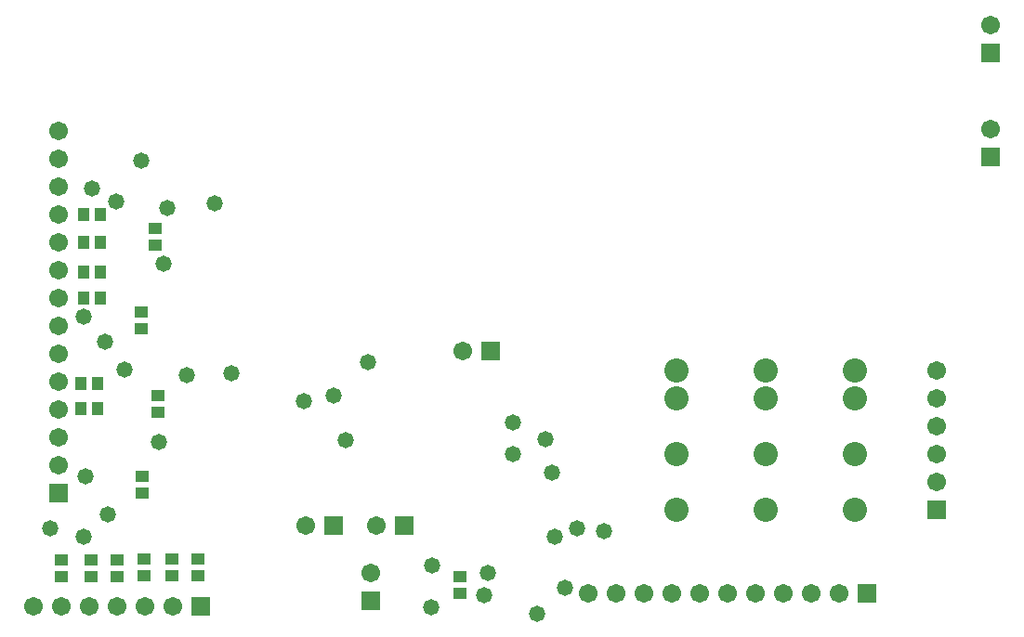
<source format=gbs>
G04 Layer_Color=16711935*
%FSLAX25Y25*%
%MOIN*%
G70*
G01*
G75*
%ADD30R,0.04343X0.04540*%
%ADD33R,0.04540X0.04343*%
%ADD35C,0.06706*%
%ADD36R,0.06706X0.06706*%
%ADD37R,0.06706X0.06706*%
%ADD38C,0.08674*%
%ADD39C,0.05800*%
D30*
X228405Y290000D02*
D03*
X222500D02*
D03*
X228405Y299000D02*
D03*
X222500D02*
D03*
X229405Y329500D02*
D03*
X223500D02*
D03*
X229405Y339000D02*
D03*
X223500D02*
D03*
X229405Y349500D02*
D03*
X223500D02*
D03*
X229405Y359500D02*
D03*
X223500D02*
D03*
D33*
X215500Y235405D02*
D03*
Y229500D02*
D03*
X226000Y235405D02*
D03*
Y229500D02*
D03*
X235500Y235405D02*
D03*
Y229500D02*
D03*
X245000Y235906D02*
D03*
Y230000D02*
D03*
X255000Y235906D02*
D03*
Y230000D02*
D03*
X264500Y235906D02*
D03*
Y230000D02*
D03*
X244500Y265406D02*
D03*
Y259500D02*
D03*
X244000Y324406D02*
D03*
Y318500D02*
D03*
X250000Y294406D02*
D03*
Y288500D02*
D03*
X249000Y354405D02*
D03*
Y348500D02*
D03*
X358500Y223594D02*
D03*
Y229500D02*
D03*
D35*
X529331Y303720D02*
D03*
Y293721D02*
D03*
Y283720D02*
D03*
Y273721D02*
D03*
Y263720D02*
D03*
X326500Y231000D02*
D03*
X205500Y219000D02*
D03*
X215500D02*
D03*
X225500D02*
D03*
X235500D02*
D03*
X255500D02*
D03*
X245500D02*
D03*
X214331Y269468D02*
D03*
Y279468D02*
D03*
Y289469D02*
D03*
Y299468D02*
D03*
Y309469D02*
D03*
Y319468D02*
D03*
Y329468D02*
D03*
Y339469D02*
D03*
Y349468D02*
D03*
Y359469D02*
D03*
Y369468D02*
D03*
Y379468D02*
D03*
Y389469D02*
D03*
X548831Y427720D02*
D03*
Y390220D02*
D03*
X303000Y248000D02*
D03*
X359500Y310500D02*
D03*
X328500Y248000D02*
D03*
X494331Y223406D02*
D03*
X484331D02*
D03*
X474331D02*
D03*
X464331D02*
D03*
X454331D02*
D03*
X444331D02*
D03*
X434331D02*
D03*
X424331D02*
D03*
X414331D02*
D03*
X404331D02*
D03*
D36*
X529331Y253720D02*
D03*
X326500Y221000D02*
D03*
X214331Y259469D02*
D03*
X548831Y417721D02*
D03*
Y380221D02*
D03*
D37*
X265500Y219000D02*
D03*
X313000Y248000D02*
D03*
X369500Y310500D02*
D03*
X338500Y248000D02*
D03*
X504331Y223406D02*
D03*
D38*
X500000Y253500D02*
D03*
Y273500D02*
D03*
Y293500D02*
D03*
Y303500D02*
D03*
X468000Y253500D02*
D03*
Y273500D02*
D03*
Y293500D02*
D03*
Y303500D02*
D03*
X436000Y253500D02*
D03*
Y273500D02*
D03*
Y293500D02*
D03*
Y303500D02*
D03*
D39*
X226500Y369000D02*
D03*
X244000Y379000D02*
D03*
X391500Y267000D02*
D03*
X325500Y306500D02*
D03*
X317500Y278500D02*
D03*
X302500Y292500D02*
D03*
X377500Y273500D02*
D03*
Y285000D02*
D03*
X260500Y302000D02*
D03*
X253500Y362000D02*
D03*
X235094Y364094D02*
D03*
X238000Y304000D02*
D03*
X211500Y247000D02*
D03*
X232000Y252000D02*
D03*
X250500Y278000D02*
D03*
X231000Y314000D02*
D03*
X223500Y323000D02*
D03*
X252000Y342000D02*
D03*
X270500Y363500D02*
D03*
X276500Y302500D02*
D03*
X313000Y294500D02*
D03*
X223905Y265406D02*
D03*
X223500Y244000D02*
D03*
X348000Y218500D02*
D03*
X348500Y233500D02*
D03*
X367000Y223000D02*
D03*
X368500Y231000D02*
D03*
X396000Y225500D02*
D03*
X386093Y216250D02*
D03*
X400500Y247000D02*
D03*
X410000Y246000D02*
D03*
X389000Y279000D02*
D03*
X392500Y244000D02*
D03*
M02*

</source>
